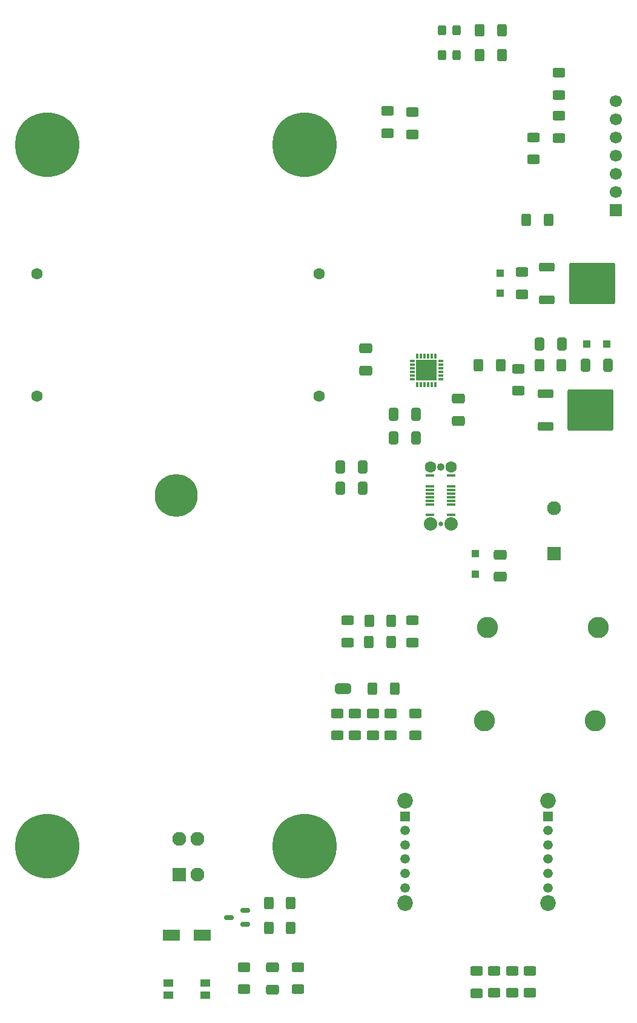
<source format=gbr>
%TF.GenerationSoftware,KiCad,Pcbnew,9.0.4*%
%TF.CreationDate,2025-10-31T13:00:26+01:00*%
%TF.ProjectId,Amperry_robot,416d7065-7272-4795-9f72-6f626f742e6b,rev?*%
%TF.SameCoordinates,Original*%
%TF.FileFunction,Soldermask,Top*%
%TF.FilePolarity,Negative*%
%FSLAX46Y46*%
G04 Gerber Fmt 4.6, Leading zero omitted, Abs format (unit mm)*
G04 Created by KiCad (PCBNEW 9.0.4) date 2025-10-31 13:00:26*
%MOMM*%
%LPD*%
G01*
G04 APERTURE LIST*
G04 Aperture macros list*
%AMRoundRect*
0 Rectangle with rounded corners*
0 $1 Rounding radius*
0 $2 $3 $4 $5 $6 $7 $8 $9 X,Y pos of 4 corners*
0 Add a 4 corners polygon primitive as box body*
4,1,4,$2,$3,$4,$5,$6,$7,$8,$9,$2,$3,0*
0 Add four circle primitives for the rounded corners*
1,1,$1+$1,$2,$3*
1,1,$1+$1,$4,$5*
1,1,$1+$1,$6,$7*
1,1,$1+$1,$8,$9*
0 Add four rect primitives between the rounded corners*
20,1,$1+$1,$2,$3,$4,$5,0*
20,1,$1+$1,$4,$5,$6,$7,0*
20,1,$1+$1,$6,$7,$8,$9,0*
20,1,$1+$1,$8,$9,$2,$3,0*%
%AMFreePoly0*
4,1,23,0.500000,-0.750000,0.000000,-0.750000,0.000000,-0.745722,-0.065263,-0.745722,-0.191342,-0.711940,-0.304381,-0.646677,-0.396677,-0.554381,-0.461940,-0.441342,-0.495722,-0.315263,-0.495722,-0.250000,-0.500000,-0.250000,-0.500000,0.250000,-0.495722,0.250000,-0.495722,0.315263,-0.461940,0.441342,-0.396677,0.554381,-0.304381,0.646677,-0.191342,0.711940,-0.065263,0.745722,0.000000,0.745722,
0.000000,0.750000,0.500000,0.750000,0.500000,-0.750000,0.500000,-0.750000,$1*%
%AMFreePoly1*
4,1,23,0.000000,0.745722,0.065263,0.745722,0.191342,0.711940,0.304381,0.646677,0.396677,0.554381,0.461940,0.441342,0.495722,0.315263,0.495722,0.250000,0.500000,0.250000,0.500000,-0.250000,0.495722,-0.250000,0.495722,-0.315263,0.461940,-0.441342,0.396677,-0.554381,0.304381,-0.646677,0.191342,-0.711940,0.065263,-0.745722,0.000000,-0.745722,0.000000,-0.750000,-0.500000,-0.750000,
-0.500000,0.750000,0.000000,0.750000,0.000000,0.745722,0.000000,0.745722,$1*%
G04 Aperture macros list end*
%ADD10FreePoly0,0.000000*%
%ADD11FreePoly1,0.000000*%
%ADD12RoundRect,0.250000X-0.625000X0.400000X-0.625000X-0.400000X0.625000X-0.400000X0.625000X0.400000X0*%
%ADD13RoundRect,0.250000X0.625000X-0.400000X0.625000X0.400000X-0.625000X0.400000X-0.625000X-0.400000X0*%
%ADD14R,1.337000X1.337000*%
%ADD15C,1.337000*%
%ADD16C,2.190000*%
%ADD17RoundRect,0.250000X-0.850000X-0.350000X0.850000X-0.350000X0.850000X0.350000X-0.850000X0.350000X0*%
%ADD18RoundRect,0.249997X-2.950003X-2.650003X2.950003X-2.650003X2.950003X2.650003X-2.950003X2.650003X0*%
%ADD19RoundRect,0.250000X0.325000X0.450000X-0.325000X0.450000X-0.325000X-0.450000X0.325000X-0.450000X0*%
%ADD20RoundRect,0.250000X-0.300000X0.300000X-0.300000X-0.300000X0.300000X-0.300000X0.300000X0.300000X0*%
%ADD21RoundRect,0.250000X0.400000X0.625000X-0.400000X0.625000X-0.400000X-0.625000X0.400000X-0.625000X0*%
%ADD22RoundRect,0.250000X-0.412500X-0.650000X0.412500X-0.650000X0.412500X0.650000X-0.412500X0.650000X0*%
%ADD23RoundRect,0.250000X-0.400000X-0.625000X0.400000X-0.625000X0.400000X0.625000X-0.400000X0.625000X0*%
%ADD24RoundRect,0.250000X0.412500X0.650000X-0.412500X0.650000X-0.412500X-0.650000X0.412500X-0.650000X0*%
%ADD25R,1.950000X1.950000*%
%ADD26C,1.950000*%
%ADD27RoundRect,0.250000X-0.650000X0.412500X-0.650000X-0.412500X0.650000X-0.412500X0.650000X0.412500X0*%
%ADD28C,9.000000*%
%ADD29C,6.000000*%
%ADD30R,1.700000X1.700000*%
%ADD31C,1.700000*%
%ADD32C,1.600000*%
%ADD33R,0.750000X0.300000*%
%ADD34R,0.300000X0.750000*%
%ADD35R,2.850000X2.850000*%
%ADD36C,0.660000*%
%ADD37C,1.080000*%
%ADD38R,1.150000X0.300000*%
%ADD39C,1.875000*%
%ADD40R,1.450000X1.000000*%
%ADD41RoundRect,0.250000X-0.300000X-0.300000X0.300000X-0.300000X0.300000X0.300000X-0.300000X0.300000X0*%
%ADD42R,2.350000X1.550000*%
%ADD43C,2.955000*%
%ADD44RoundRect,0.250000X0.650000X-0.412500X0.650000X0.412500X-0.650000X0.412500X-0.650000X-0.412500X0*%
%ADD45RoundRect,0.150000X0.512500X0.150000X-0.512500X0.150000X-0.512500X-0.150000X0.512500X-0.150000X0*%
%ADD46RoundRect,0.250000X0.300000X-0.300000X0.300000X0.300000X-0.300000X0.300000X-0.300000X-0.300000X0*%
G04 APERTURE END LIST*
%TO.C,JP1*%
G36*
X48200000Y-101250000D02*
G01*
X48500000Y-101250000D01*
X48500000Y-102750000D01*
X48200000Y-102750000D01*
X48200000Y-101250000D01*
G37*
%TD*%
D10*
%TO.C,JP1*%
X47700000Y-102000000D03*
D11*
X49000000Y-102000000D03*
%TD*%
D12*
%TO.C,R16*%
X69500000Y-141450000D03*
X69500000Y-144550000D03*
%TD*%
D13*
%TO.C,R26*%
X49000000Y-95550000D03*
X49000000Y-92450000D03*
%TD*%
%TO.C,R13*%
X47500000Y-108550000D03*
X47500000Y-105450000D03*
%TD*%
D14*
%TO.C,S2*%
X57000000Y-119850000D03*
D15*
X57000000Y-121850000D03*
X57000000Y-123850000D03*
X57000000Y-125850000D03*
X57000000Y-127850000D03*
X57000000Y-129850000D03*
D16*
X57000000Y-117700000D03*
X57000000Y-132000000D03*
%TD*%
D17*
%TO.C,Q2*%
X76850000Y-43122500D03*
D18*
X83150000Y-45402500D03*
D17*
X76850000Y-47682500D03*
%TD*%
D19*
%TO.C,LED2*%
X64215000Y-9960000D03*
X62165000Y-9960000D03*
%TD*%
D13*
%TO.C,R5*%
X73350000Y-46880000D03*
X73350000Y-43780000D03*
%TD*%
D20*
%TO.C,D4*%
X66850000Y-83180000D03*
X66850000Y-85980000D03*
%TD*%
D21*
%TO.C,R4*%
X78900000Y-56830000D03*
X75800000Y-56830000D03*
%TD*%
D22*
%TO.C,C4*%
X55437500Y-63650000D03*
X58562500Y-63650000D03*
%TD*%
D13*
%TO.C,R29*%
X34480000Y-144050000D03*
X34480000Y-140950000D03*
%TD*%
D21*
%TO.C,R3*%
X70400000Y-56830000D03*
X67300000Y-56830000D03*
%TD*%
%TO.C,R63*%
X41050000Y-135500000D03*
X37950000Y-135500000D03*
%TD*%
D23*
%TO.C,R28*%
X67450000Y-10000000D03*
X70550000Y-10000000D03*
%TD*%
D14*
%TO.C,S1*%
X77000000Y-119850000D03*
D15*
X77000000Y-121850000D03*
X77000000Y-123850000D03*
X77000000Y-125850000D03*
X77000000Y-127850000D03*
X77000000Y-129850000D03*
D16*
X77000000Y-117700000D03*
X77000000Y-132000000D03*
%TD*%
D23*
%TO.C,R22*%
X52450000Y-102000000D03*
X55550000Y-102000000D03*
%TD*%
D24*
%TO.C,C9*%
X51062500Y-74000000D03*
X47937500Y-74000000D03*
%TD*%
D25*
%TO.C,J5*%
X77850000Y-83180000D03*
D26*
X77850000Y-76830000D03*
%TD*%
D27*
%TO.C,C3*%
X70350000Y-83267500D03*
X70350000Y-86392500D03*
%TD*%
D12*
%TO.C,R14*%
X58500000Y-105450000D03*
X58500000Y-108550000D03*
%TD*%
D13*
%TO.C,R20*%
X52500000Y-108550000D03*
X52500000Y-105450000D03*
%TD*%
D23*
%TO.C,R23*%
X52000000Y-92500000D03*
X55100000Y-92500000D03*
%TD*%
D28*
%TO.C,REF\u002A\u002A*%
X7000000Y-26000000D03*
X43000000Y-26000000D03*
X7000000Y-124000000D03*
X43000000Y-124000000D03*
D29*
X25000000Y-75000000D03*
%TD*%
D12*
%TO.C,R2*%
X42000000Y-140950000D03*
X42000000Y-144050000D03*
%TD*%
D30*
%TO.C,J2*%
X86500000Y-35120000D03*
D31*
X86500000Y-32580000D03*
X86500000Y-30040000D03*
X86500000Y-27500000D03*
X86500000Y-24960000D03*
X86500000Y-22420000D03*
X86500000Y-19880000D03*
%TD*%
D32*
%TO.C,IC1*%
X5503000Y-44000000D03*
X5503000Y-61145000D03*
X45000000Y-61145000D03*
X45000000Y-44000000D03*
%TD*%
D12*
%TO.C,R17*%
X72000000Y-141450000D03*
X72000000Y-144550000D03*
%TD*%
D33*
%TO.C,IC2*%
X62000000Y-58750000D03*
X62000000Y-58250000D03*
X62000000Y-57750000D03*
X62000000Y-57250000D03*
X62000000Y-56750000D03*
X62000000Y-56250000D03*
D34*
X61250000Y-55500000D03*
X60750000Y-55500000D03*
X60250000Y-55500000D03*
X59750000Y-55500000D03*
X59250000Y-55500000D03*
X58750000Y-55500000D03*
D33*
X58000000Y-56250000D03*
X58000000Y-56750000D03*
X58000000Y-57250000D03*
X58000000Y-57750000D03*
X58000000Y-58250000D03*
X58000000Y-58750000D03*
D34*
X58750000Y-59500000D03*
X59250000Y-59500000D03*
X59750000Y-59500000D03*
X60250000Y-59500000D03*
X60750000Y-59500000D03*
X61250000Y-59500000D03*
D35*
X60000000Y-57500000D03*
%TD*%
D17*
%TO.C,Q1*%
X76650000Y-60770000D03*
D18*
X82950000Y-63050000D03*
D17*
X76650000Y-65330000D03*
%TD*%
D23*
%TO.C,R6*%
X67450000Y-13500000D03*
X70550000Y-13500000D03*
%TD*%
D25*
%TO.C,P13*%
X25400000Y-128000000D03*
D26*
X27940000Y-128000000D03*
X25400000Y-123000000D03*
X27940000Y-123000000D03*
%TD*%
D19*
%TO.C,LED1*%
X64215000Y-13500000D03*
X62165000Y-13500000D03*
%TD*%
D22*
%TO.C,C6*%
X55437500Y-67000000D03*
X58562500Y-67000000D03*
%TD*%
D36*
%TO.C,J1*%
X62000000Y-79000000D03*
D37*
X62000000Y-71000000D03*
D38*
X60515000Y-77750000D03*
X60515000Y-76250000D03*
X60515000Y-75750000D03*
X60515000Y-75250000D03*
X60515000Y-74750000D03*
X60515000Y-74250000D03*
X60515000Y-73750000D03*
X60515000Y-72250000D03*
X63485000Y-72250000D03*
X63485000Y-73750000D03*
X63485000Y-74250000D03*
X63485000Y-74750000D03*
X63485000Y-75250000D03*
X63485000Y-75750000D03*
X63485000Y-76250000D03*
X63485000Y-77750000D03*
D39*
X60570000Y-79000000D03*
D32*
X60570000Y-71000000D03*
X63430000Y-71000000D03*
D39*
X63430000Y-79000000D03*
%TD*%
D27*
%TO.C,C7*%
X64500000Y-61437500D03*
X64500000Y-64562500D03*
%TD*%
D23*
%TO.C,R25*%
X51950000Y-95500000D03*
X55050000Y-95500000D03*
%TD*%
D40*
%TO.C,BTN1*%
X23925000Y-144850000D03*
X23925000Y-143150000D03*
X29075000Y-144850000D03*
X29075000Y-143150000D03*
%TD*%
D12*
%TO.C,R12*%
X58000000Y-92450000D03*
X58000000Y-95550000D03*
%TD*%
D13*
%TO.C,R27*%
X54540079Y-24354031D03*
X54540079Y-21254031D03*
%TD*%
D41*
%TO.C,D3*%
X82450000Y-53830000D03*
X85250000Y-53830000D03*
%TD*%
D42*
%TO.C,DS7*%
X24350000Y-136500000D03*
X28650000Y-136500000D03*
%TD*%
D24*
%TO.C,C2*%
X78912500Y-53830000D03*
X75787500Y-53830000D03*
%TD*%
D43*
%TO.C,J3*%
X68500000Y-93500000D03*
X84000000Y-93500000D03*
%TD*%
D44*
%TO.C,C13*%
X51500000Y-57562500D03*
X51500000Y-54437500D03*
%TD*%
D23*
%TO.C,R8*%
X73950000Y-36500000D03*
X77050000Y-36500000D03*
%TD*%
D45*
%TO.C,Q7*%
X34637500Y-134950000D03*
X34637500Y-133050000D03*
X32362500Y-134000000D03*
%TD*%
D22*
%TO.C,C1*%
X82287500Y-56830000D03*
X85412500Y-56830000D03*
%TD*%
D13*
%TO.C,R19*%
X50000000Y-108550000D03*
X50000000Y-105450000D03*
%TD*%
%TO.C,R21*%
X55000000Y-108550000D03*
X55000000Y-105450000D03*
%TD*%
D44*
%TO.C,C37*%
X38480000Y-144062500D03*
X38480000Y-140937500D03*
%TD*%
D12*
%TO.C,R11*%
X78500000Y-15950000D03*
X78500000Y-19050000D03*
%TD*%
D24*
%TO.C,C8*%
X51062500Y-71000000D03*
X47937500Y-71000000D03*
%TD*%
D46*
%TO.C,D2*%
X70350000Y-46730000D03*
X70350000Y-43930000D03*
%TD*%
D43*
%TO.C,J4*%
X68125000Y-106500000D03*
X83625000Y-106500000D03*
%TD*%
D13*
%TO.C,R7*%
X72850000Y-60380000D03*
X72850000Y-57280000D03*
%TD*%
D12*
%TO.C,R10*%
X78500000Y-21950000D03*
X78500000Y-25050000D03*
%TD*%
%TO.C,R24*%
X58000000Y-21450000D03*
X58000000Y-24550000D03*
%TD*%
%TO.C,R15*%
X67000000Y-141500000D03*
X67000000Y-144600000D03*
%TD*%
%TO.C,R9*%
X75000000Y-24950000D03*
X75000000Y-28050000D03*
%TD*%
D23*
%TO.C,R75*%
X37950000Y-132000000D03*
X41050000Y-132000000D03*
%TD*%
D12*
%TO.C,R18*%
X74500000Y-141450000D03*
X74500000Y-144550000D03*
%TD*%
M02*

</source>
